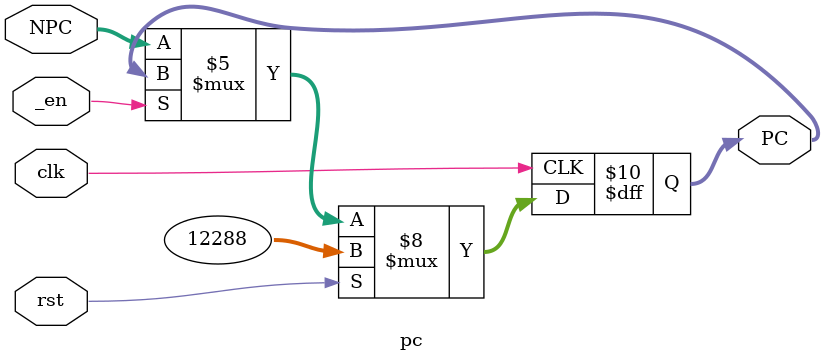
<source format=v>
`timescale 1ns / 1ps
module pc(
    input [31:0] NPC,
    input clk,
    input rst,
    input _en,
    output reg [31:0] PC
    );

    always @(posedge clk ) begin
        if(rst == 1) begin
            PC <= 32'h3000;
        end
        else if(_en == 1) begin
            PC <= PC;
        end
        else begin
            PC <= NPC;
        end
    end

endmodule

</source>
